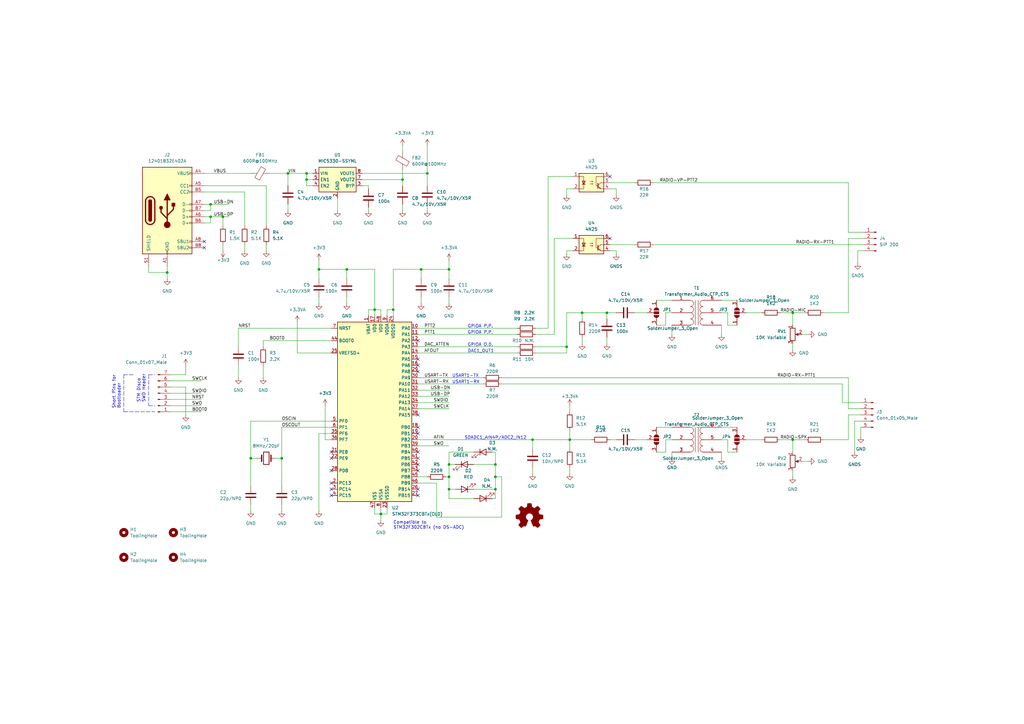
<source format=kicad_sch>
(kicad_sch (version 20211123) (generator eeschema)
  (paper "A3")
  (junction (at 86.36 83.82))
  (junction (at 184.15 190.5))
  (junction (at 68.58 111.76))
  (junction (at 91.44 88.9))
  (junction (at 203.2 200.66))
  (junction (at 125.73 71.12))
  (junction (at 325.12 128.27))
  (junction (at 172.72 110.49))
  (junction (at 118.11 71.12))
  (junction (at 233.68 180.34))
  (junction (at 184.15 200.66))
  (junction (at 203.2 190.5))
  (junction (at 203.2 195.58))
  (junction (at 161.29 127))
  (junction (at 153.67 127))
  (junction (at 165.1 73.66))
  (junction (at 184.15 110.49))
  (junction (at 238.76 128.27))
  (junction (at 248.92 128.27))
  (junction (at 130.81 110.49))
  (junction (at 325.12 180.34))
  (junction (at 142.24 110.49))
  (junction (at 86.36 88.9))
  (junction (at 102.87 187.96))
  (junction (at 156.21 210.82))
  (junction (at 184.15 195.58))
  (junction (at 218.44 180.34))
  (junction (at 115.57 187.96))
  (junction (at 232.41 142.24))
  (junction (at 175.26 71.12))
  (junction (at 125.73 73.66))
  (no_connect (at 135.89 200.66))
  (no_connect (at 135.89 193.04))
  (no_connect (at 135.89 198.12))
  (no_connect (at 135.89 203.2))
  (no_connect (at 135.89 185.42))
  (no_connect (at 135.89 187.96))
  (no_connect (at 171.45 147.32))
  (no_connect (at 171.45 149.86))
  (no_connect (at 171.45 152.4))
  (no_connect (at 171.45 139.7))
  (no_connect (at 171.45 170.18))
  (no_connect (at 171.45 175.26))
  (no_connect (at 171.45 187.96))
  (no_connect (at 171.45 190.5))
  (no_connect (at 171.45 177.8))
  (no_connect (at 171.45 185.42))
  (no_connect (at 171.45 200.66))
  (no_connect (at 171.45 203.2))
  (no_connect (at 171.45 193.04))
  (no_connect (at 250.19 72.39))
  (no_connect (at 250.19 97.79))
  (no_connect (at 83.82 101.6))
  (no_connect (at 83.82 99.06))
  (wire (pts (xy 295.91 123.19) (xy 302.26 123.19)))
  (wire (pts (xy 175.26 59.69) (xy 175.26 71.12)))
  (wire (pts (xy 218.44 191.77) (xy 218.44 194.31)))
  (wire (pts (xy 232.41 144.78) (xy 232.41 142.24)))
  (wire (pts (xy 153.67 110.49) (xy 142.24 110.49)))
  (wire (pts (xy 156.21 210.82) (xy 156.21 213.36)))
  (wire (pts (xy 269.24 123.19) (xy 275.59 123.19)))
  (wire (pts (xy 153.67 129.54) (xy 153.67 127)))
  (wire (pts (xy 347.98 170.18) (xy 353.06 170.18)))
  (wire (pts (xy 156.21 127) (xy 156.21 129.54)))
  (wire (pts (xy 171.45 167.64) (xy 184.15 167.64)))
  (wire (pts (xy 227.33 97.79) (xy 227.33 137.16)))
  (wire (pts (xy 115.57 175.26) (xy 115.57 187.96)))
  (wire (pts (xy 203.2 185.42) (xy 201.93 185.42)))
  (wire (pts (xy 97.79 134.62) (xy 97.79 142.24)))
  (wire (pts (xy 118.11 71.12) (xy 125.73 71.12)))
  (wire (pts (xy 83.82 76.2) (xy 109.22 76.2)))
  (wire (pts (xy 130.81 106.68) (xy 130.81 110.49)))
  (wire (pts (xy 275.59 180.34) (xy 273.05 180.34)))
  (wire (pts (xy 172.72 110.49) (xy 172.72 114.3)))
  (wire (pts (xy 179.07 212.09) (xy 179.07 198.12)))
  (polyline (pts (xy 54.61 153.67) (xy 50.8 153.67)))
  (wire (pts (xy 320.04 128.27) (xy 325.12 128.27)))
  (wire (pts (xy 109.22 100.33) (xy 109.22 102.87)))
  (wire (pts (xy 201.93 204.47) (xy 203.2 204.47)))
  (wire (pts (xy 165.1 73.66) (xy 165.1 76.2)))
  (wire (pts (xy 194.31 204.47) (xy 184.15 204.47)))
  (wire (pts (xy 158.75 127) (xy 158.75 129.54)))
  (wire (pts (xy 260.35 128.27) (xy 265.43 128.27)))
  (wire (pts (xy 128.27 73.66) (xy 125.73 73.66)))
  (wire (pts (xy 275.59 133.35) (xy 275.59 137.16)))
  (wire (pts (xy 295.91 185.42) (xy 295.91 187.96)))
  (wire (pts (xy 97.79 149.86) (xy 97.79 154.94)))
  (wire (pts (xy 347.98 170.18) (xy 347.98 180.34)))
  (wire (pts (xy 298.45 133.35) (xy 302.26 133.35)))
  (wire (pts (xy 184.15 110.49) (xy 184.15 114.3)))
  (wire (pts (xy 194.31 185.42) (xy 184.15 185.42)))
  (wire (pts (xy 250.19 77.47) (xy 252.73 77.47)))
  (wire (pts (xy 135.89 134.62) (xy 97.79 134.62)))
  (wire (pts (xy 325.12 180.34) (xy 330.2 180.34)))
  (wire (pts (xy 233.68 184.15) (xy 233.68 180.34)))
  (polyline (pts (xy 60.96 153.67) (xy 60.96 166.37)))
  (wire (pts (xy 219.71 144.78) (xy 232.41 144.78)))
  (wire (pts (xy 203.2 190.5) (xy 203.2 195.58)))
  (wire (pts (xy 69.85 153.67) (xy 76.2 153.67)))
  (wire (pts (xy 125.73 71.12) (xy 128.27 71.12)))
  (polyline (pts (xy 50.8 168.91) (xy 63.5 168.91)))
  (wire (pts (xy 252.73 77.47) (xy 252.73 80.01)))
  (wire (pts (xy 275.59 185.42) (xy 275.59 187.96)))
  (wire (pts (xy 184.15 200.66) (xy 186.69 200.66)))
  (wire (pts (xy 125.73 76.2) (xy 125.73 73.66)))
  (wire (pts (xy 76.2 153.67) (xy 76.2 149.86)))
  (wire (pts (xy 69.85 166.37) (xy 82.55 166.37)))
  (wire (pts (xy 353.06 175.26) (xy 353.06 179.07)))
  (wire (pts (xy 184.15 121.92) (xy 184.15 124.46)))
  (wire (pts (xy 102.87 187.96) (xy 105.41 187.96)))
  (wire (pts (xy 153.67 208.28) (xy 153.67 210.82)))
  (wire (pts (xy 130.81 177.8) (xy 130.81 209.55)))
  (wire (pts (xy 248.92 138.43) (xy 248.92 140.97)))
  (wire (pts (xy 250.19 100.33) (xy 260.35 100.33)))
  (wire (pts (xy 161.29 110.49) (xy 161.29 127)))
  (wire (pts (xy 60.96 109.22) (xy 60.96 111.76)))
  (wire (pts (xy 102.87 187.96) (xy 102.87 199.39)))
  (wire (pts (xy 151.13 76.2) (xy 151.13 77.47)))
  (wire (pts (xy 109.22 76.2) (xy 109.22 92.71)))
  (wire (pts (xy 148.59 76.2) (xy 151.13 76.2)))
  (wire (pts (xy 285.75 175.26) (xy 292.1 175.26)))
  (wire (pts (xy 118.11 71.12) (xy 118.11 76.2)))
  (wire (pts (xy 250.19 74.93) (xy 260.35 74.93)))
  (wire (pts (xy 182.88 195.58) (xy 184.15 195.58)))
  (wire (pts (xy 86.36 83.82) (xy 93.98 83.82)))
  (wire (pts (xy 142.24 110.49) (xy 142.24 114.3)))
  (wire (pts (xy 165.1 83.82) (xy 165.1 86.36)))
  (wire (pts (xy 184.15 195.58) (xy 184.15 200.66)))
  (wire (pts (xy 171.45 165.1) (xy 184.15 165.1)))
  (wire (pts (xy 102.87 172.72) (xy 102.87 187.96)))
  (wire (pts (xy 248.92 128.27) (xy 252.73 128.27)))
  (wire (pts (xy 203.2 204.47) (xy 203.2 200.66)))
  (wire (pts (xy 153.67 127) (xy 156.21 127)))
  (wire (pts (xy 224.79 72.39) (xy 224.79 134.62)))
  (wire (pts (xy 91.44 88.9) (xy 91.44 92.71)))
  (wire (pts (xy 107.95 149.86) (xy 107.95 154.94)))
  (wire (pts (xy 203.2 195.58) (xy 203.2 200.66)))
  (wire (pts (xy 68.58 111.76) (xy 68.58 114.3)))
  (wire (pts (xy 115.57 207.01) (xy 115.57 209.55)))
  (wire (pts (xy 320.04 180.34) (xy 325.12 180.34)))
  (wire (pts (xy 76.2 158.75) (xy 76.2 170.18)))
  (wire (pts (xy 171.45 182.88) (xy 184.15 182.88)))
  (wire (pts (xy 328.93 189.23) (xy 331.47 189.23)))
  (wire (pts (xy 350.52 172.72) (xy 353.06 172.72)))
  (wire (pts (xy 130.81 121.92) (xy 130.81 124.46)))
  (wire (pts (xy 151.13 127) (xy 153.67 127)))
  (wire (pts (xy 325.12 193.04) (xy 325.12 195.58)))
  (wire (pts (xy 347.98 74.93) (xy 347.98 95.25)))
  (polyline (pts (xy 60.96 166.37) (xy 63.5 166.37)))
  (wire (pts (xy 69.85 163.83) (xy 82.55 163.83)))
  (wire (pts (xy 267.97 100.33) (xy 354.33 100.33)))
  (wire (pts (xy 184.15 204.47) (xy 184.15 200.66)))
  (wire (pts (xy 205.74 195.58) (xy 205.74 212.09)))
  (wire (pts (xy 151.13 129.54) (xy 151.13 127)))
  (wire (pts (xy 83.82 88.9) (xy 86.36 88.9)))
  (wire (pts (xy 227.33 97.79) (xy 234.95 97.79)))
  (wire (pts (xy 205.74 212.09) (xy 179.07 212.09)))
  (wire (pts (xy 107.95 139.7) (xy 107.95 142.24)))
  (wire (pts (xy 238.76 130.81) (xy 238.76 128.27)))
  (wire (pts (xy 69.85 156.21) (xy 82.55 156.21)))
  (wire (pts (xy 171.45 154.94) (xy 198.12 154.94)))
  (wire (pts (xy 347.98 167.64) (xy 353.06 167.64)))
  (wire (pts (xy 175.26 83.82) (xy 175.26 86.36)))
  (wire (pts (xy 156.21 208.28) (xy 156.21 210.82)))
  (wire (pts (xy 171.45 137.16) (xy 212.09 137.16)))
  (wire (pts (xy 83.82 86.36) (xy 86.36 86.36)))
  (wire (pts (xy 175.26 71.12) (xy 175.26 76.2)))
  (wire (pts (xy 83.82 91.44) (xy 86.36 91.44)))
  (wire (pts (xy 100.33 78.74) (xy 100.33 92.71)))
  (wire (pts (xy 232.41 77.47) (xy 232.41 80.01)))
  (wire (pts (xy 135.89 177.8) (xy 130.81 177.8)))
  (wire (pts (xy 269.24 133.35) (xy 273.05 133.35)))
  (wire (pts (xy 248.92 128.27) (xy 248.92 130.81)))
  (wire (pts (xy 113.03 187.96) (xy 115.57 187.96)))
  (wire (pts (xy 148.59 71.12) (xy 175.26 71.12)))
  (wire (pts (xy 354.33 102.87) (xy 351.79 102.87)))
  (wire (pts (xy 203.2 190.5) (xy 203.2 185.42)))
  (wire (pts (xy 165.1 59.69) (xy 165.1 62.23)))
  (wire (pts (xy 232.41 128.27) (xy 238.76 128.27)))
  (wire (pts (xy 218.44 184.15) (xy 218.44 180.34)))
  (wire (pts (xy 238.76 138.43) (xy 238.76 140.97)))
  (wire (pts (xy 158.75 208.28) (xy 158.75 210.82)))
  (wire (pts (xy 60.96 111.76) (xy 68.58 111.76)))
  (wire (pts (xy 234.95 77.47) (xy 232.41 77.47)))
  (wire (pts (xy 151.13 85.09) (xy 151.13 86.36)))
  (wire (pts (xy 194.31 190.5) (xy 203.2 190.5)))
  (wire (pts (xy 133.35 166.37) (xy 133.35 180.34)))
  (wire (pts (xy 135.89 139.7) (xy 107.95 139.7)))
  (wire (pts (xy 233.68 166.37) (xy 233.68 168.91)))
  (wire (pts (xy 267.97 74.93) (xy 347.98 74.93)))
  (wire (pts (xy 142.24 121.92) (xy 142.24 124.46)))
  (wire (pts (xy 83.82 71.12) (xy 102.87 71.12)))
  (wire (pts (xy 161.29 110.49) (xy 172.72 110.49)))
  (wire (pts (xy 233.68 180.34) (xy 242.57 180.34)))
  (wire (pts (xy 219.71 142.24) (xy 232.41 142.24)))
  (wire (pts (xy 232.41 142.24) (xy 232.41 128.27)))
  (wire (pts (xy 115.57 175.26) (xy 135.89 175.26)))
  (wire (pts (xy 233.68 176.53) (xy 233.68 180.34)))
  (wire (pts (xy 347.98 154.94) (xy 347.98 167.64)))
  (wire (pts (xy 298.45 180.34) (xy 298.45 185.42)))
  (wire (pts (xy 171.45 134.62) (xy 212.09 134.62)))
  (wire (pts (xy 250.19 180.34) (xy 252.73 180.34)))
  (wire (pts (xy 115.57 187.96) (xy 115.57 199.39)))
  (wire (pts (xy 260.35 180.34) (xy 265.43 180.34)))
  (wire (pts (xy 148.59 73.66) (xy 165.1 73.66)))
  (wire (pts (xy 203.2 195.58) (xy 205.74 195.58)))
  (wire (pts (xy 184.15 190.5) (xy 184.15 195.58)))
  (wire (pts (xy 233.68 191.77) (xy 233.68 194.31)))
  (wire (pts (xy 76.2 158.75) (xy 69.85 158.75)))
  (wire (pts (xy 275.59 128.27) (xy 273.05 128.27)))
  (wire (pts (xy 347.98 97.79) (xy 354.33 97.79)))
  (wire (pts (xy 135.89 180.34) (xy 133.35 180.34)))
  (wire (pts (xy 102.87 207.01) (xy 102.87 209.55)))
  (wire (pts (xy 138.43 81.28) (xy 138.43 86.36)))
  (wire (pts (xy 83.82 83.82) (xy 86.36 83.82)))
  (wire (pts (xy 224.79 72.39) (xy 234.95 72.39)))
  (wire (pts (xy 298.45 128.27) (xy 298.45 133.35)))
  (wire (pts (xy 100.33 100.33) (xy 100.33 102.87)))
  (wire (pts (xy 121.92 144.78) (xy 135.89 144.78)))
  (wire (pts (xy 161.29 127) (xy 158.75 127)))
  (polyline (pts (xy 50.8 153.67) (xy 50.8 168.91)))
  (wire (pts (xy 158.75 210.82) (xy 156.21 210.82)))
  (wire (pts (xy 128.27 76.2) (xy 125.73 76.2)))
  (polyline (pts (xy 60.96 153.67) (xy 63.5 153.67)))
  (wire (pts (xy 186.69 190.5) (xy 184.15 190.5)))
  (wire (pts (xy 153.67 110.49) (xy 153.67 127)))
  (wire (pts (xy 171.45 142.24) (xy 212.09 142.24)))
  (wire (pts (xy 86.36 88.9) (xy 86.36 91.44)))
  (wire (pts (xy 171.45 157.48) (xy 198.12 157.48)))
  (wire (pts (xy 171.45 160.02) (xy 184.15 160.02)))
  (wire (pts (xy 91.44 88.9) (xy 93.98 88.9)))
  (wire (pts (xy 295.91 175.26) (xy 302.26 175.26)))
  (wire (pts (xy 83.82 78.74) (xy 100.33 78.74)))
  (wire (pts (xy 171.45 195.58) (xy 175.26 195.58)))
  (wire (pts (xy 172.72 121.92) (xy 172.72 124.46)))
  (wire (pts (xy 86.36 83.82) (xy 86.36 86.36)))
  (wire (pts (xy 295.91 133.35) (xy 295.91 137.16)))
  (wire (pts (xy 295.91 128.27) (xy 298.45 128.27)))
  (wire (pts (xy 325.12 128.27) (xy 330.2 128.27)))
  (wire (pts (xy 347.98 180.34) (xy 337.82 180.34)))
  (wire (pts (xy 306.07 180.34) (xy 312.42 180.34)))
  (wire (pts (xy 194.31 200.66) (xy 203.2 200.66)))
  (wire (pts (xy 337.82 128.27) (xy 347.98 128.27)))
  (wire (pts (xy 325.12 140.97) (xy 325.12 143.51)))
  (wire (pts (xy 179.07 198.12) (xy 171.45 198.12)))
  (wire (pts (xy 171.45 144.78) (xy 212.09 144.78)))
  (wire (pts (xy 161.29 129.54) (xy 161.29 127)))
  (wire (pts (xy 234.95 102.87) (xy 232.41 102.87)))
  (wire (pts (xy 156.21 210.82) (xy 153.67 210.82)))
  (wire (pts (xy 118.11 83.82) (xy 118.11 86.36)))
  (wire (pts (xy 172.72 110.49) (xy 184.15 110.49)))
  (wire (pts (xy 130.81 110.49) (xy 130.81 114.3)))
  (wire (pts (xy 86.36 88.9) (xy 91.44 88.9)))
  (wire (pts (xy 91.44 100.33) (xy 91.44 102.87)))
  (wire (pts (xy 351.79 102.87) (xy 351.79 107.95)))
  (wire (pts (xy 252.73 102.87) (xy 252.73 104.14)))
  (wire (pts (xy 345.44 157.48) (xy 205.74 157.48)))
  (wire (pts (xy 142.24 110.49) (xy 130.81 110.49)))
  (wire (pts (xy 325.12 128.27) (xy 325.12 133.35)))
  (wire (pts (xy 68.58 109.22) (xy 68.58 111.76)))
  (wire (pts (xy 298.45 185.42) (xy 302.26 185.42)))
  (wire (pts (xy 306.07 128.27) (xy 312.42 128.27)))
  (wire (pts (xy 102.87 172.72) (xy 135.89 172.72)))
  (wire (pts (xy 350.52 172.72) (xy 350.52 185.42)))
  (wire (pts (xy 218.44 180.34) (xy 233.68 180.34)))
  (wire (pts (xy 328.93 137.16) (xy 331.47 137.16)))
  (wire (pts (xy 232.41 102.87) (xy 232.41 104.14)))
  (wire (pts (xy 295.91 180.34) (xy 298.45 180.34)))
  (wire (pts (xy 171.45 180.34) (xy 218.44 180.34)))
  (wire (pts (xy 69.85 168.91) (xy 82.55 168.91)))
  (wire (pts (xy 273.05 180.34) (xy 273.05 185.42)))
  (wire (pts (xy 184.15 185.42) (xy 184.15 190.5)))
  (wire (pts (xy 347.98 95.25) (xy 354.33 95.25)))
  (wire (pts (xy 165.1 69.85) (xy 165.1 73.66)))
  (wire (pts (xy 269.24 175.26) (xy 275.59 175.26)))
  (wire (pts (xy 171.45 162.56) (xy 184.15 162.56)))
  (wire (pts (xy 345.44 165.1) (xy 345.44 157.48)))
  (wire (pts (xy 250.19 102.87) (xy 252.73 102.87)))
  (wire (pts (xy 273.05 128.27) (xy 273.05 133.35)))
  (wire (pts (xy 325.12 180.34) (xy 325.12 185.42)))
  (wire (pts (xy 238.76 128.27) (xy 248.92 128.27)))
  (wire (pts (xy 125.73 71.12) (xy 125.73 73.66)))
  (wire (pts (xy 205.74 154.94) (xy 347.98 154.94)))
  (wire (pts (xy 219.71 134.62) (xy 224.79 134.62)))
  (wire (pts (xy 110.49 71.12) (xy 118.11 71.12)))
  (wire (pts (xy 219.71 137.16) (xy 227.33 137.16)))
  (wire (pts (xy 347.98 128.27) (xy 347.98 97.79)))
  (wire (pts (xy 184.15 106.68) (xy 184.15 110.49)))
  (wire (pts (xy 353.06 165.1) (xy 345.44 165.1)))
  (wire (pts (xy 69.85 161.29) (xy 82.55 161.29)))
  (wire (pts (xy 269.24 185.42) (xy 273.05 185.42)))
  (wire (pts (xy 121.92 132.08) (xy 121.92 144.78)))
  (text "STM Disco\nSWD Header" (at 59.69 165.1 90) (effects (font (size 1.27 1.27)) (justify left bottom)))
  (text "Short Pins for\nBootloader" (at 49.53 167.64 90) (effects (font (size 1.27 1.27)) (justify left bottom)))
  (text "SDADC1_AIN4P/ADC2_IN12" (at 190.5 180.34 0) (effects (font (size 1.27 1.27)) (justify left bottom)))
  (text "USART1-TX" (at 185.42 154.94 0) (effects (font (size 1.27 1.27)) (justify left bottom)))
  (text "GPIOA P.P." (at 191.77 137.16 0) (effects (font (size 1.27 1.27)) (justify left bottom)))
  (text "DAC1_OUT1" (at 191.77 144.78 0) (effects (font (size 1.27 1.27)) (justify left bottom)))
  (text "GPIOA O.D." (at 191.77 142.24 0) (effects (font (size 1.27 1.27)) (justify left bottom)))
  (text "Compatible to \nSTM32F302CBTx (no DS-ADC)" (at 161.29 217.17 0) (effects (font (size 1.27 1.27)) (justify left bottom)))
  (text "USART1-RX" (at 185.42 157.48 0) (effects (font (size 1.27 1.27)) (justify left bottom)))
  (text "GPIOA P.P." (at 191.77 134.62 0) (effects (font (size 1.27 1.27)) (justify left bottom)))
  (label "OSCIN" (at 115.57 172.72 0))
  (label "RADIO-VP-PTT2" (at 270.51 74.93 0))
  (label "AFIN" (at 177.8 180.34 0))
  (label "VBUS" (at 87.63 71.12 0))
  (label "NRST" (at 97.79 134.62 0))
  (label "PTT2" (at 173.99 134.62 0))
  (label "SWO" (at 78.74 166.37 0))
  (label "SWO" (at 177.8 182.88 0))
  (label "SWDIO" (at 177.8 165.1 0))
  (label "USB-DN" (at 87.63 83.82 0))
  (label "OSCOUT" (at 115.57 175.26 0))
  (label "USB-DP" (at 87.63 88.9 0))
  (label "BOOT0" (at 110.49 139.7 0))
  (label "USART-RX" (at 173.99 157.48 0))
  (label "SWDIO" (at 78.74 161.29 0))
  (label "USB-DP" (at 176.53 162.56 0))
  (label "VIN" (at 118.11 71.12 0))
  (label "PTT1" (at 173.99 137.16 0))
  (label "AFOUT" (at 173.99 144.78 0))
  (label "SWCLK" (at 78.74 156.21 0))
  (label "RADIO-RX-PTT1" (at 318.77 154.94 0))
  (label "RADIO-MIC" (at 320.04 128.27 0))
  (label "RADIO-RX-PTT1" (at 326.39 100.33 0))
  (label "USART-TX" (at 173.99 154.94 0))
  (label "SWCLK" (at 177.8 167.64 0))
  (label "BOOT0" (at 78.74 168.91 0))
  (label "NRST" (at 78.74 163.83 0))
  (label "RADIO-SPK" (at 320.04 180.34 0))
  (label "DAC_ATTEN" (at 173.99 142.24 0))
  (label "USB-DN" (at 176.53 160.02 0))
  (symbol (lib_id "Device:R") (at 201.93 154.94 270) (unit 1)
    (property "Reference" "R6" (at 201.93 149.86 90))
    (property "Value" "220R" (at 201.93 152.4 90))
    (property "Footprint" "Resistor_SMD:R_0805_2012Metric_Pad1.20x1.40mm_HandSolder" (effects hide))
    (property "LCSC" "C22962" (effects hide))
  )
  (symbol (lib_id "power:+3V3") (at 91.44 102.87 180) (unit 1)
    (property "Reference" "#PWR04" (effects hide))
    (property "Value" "+3V3" (at 88.9 106.68 0) (effects (justify right)))
  )
  (symbol (lib_id "Mechanical:MountingHole") (at 50.8 228.6 0) (unit 1) (in_bom no)
    (property "Reference" "H2" (at 53.34 227.3299 0) (effects (justify left)))
    (property "Value" "ToolingHole" (at 53.34 229.8699 0) (effects (justify left)))
    (property "Footprint" "AIOC:TOOLING-HOLE" (effects hide))
  )
  (symbol (lib_id "power:GND") (at 130.81 124.46 0) (mirror y) (unit 1)
    (property "Reference" "#PWR014" (effects hide))
    (property "Value" "GND" (at 130.81 129.54 0))
  )
  (symbol (lib_id "power:+3.3VA") (at 165.1 59.69 0) (unit 1)
    (property "Reference" "#PWR021" (effects hide))
    (property "Value" "+3.3VA" (at 165.1 54.61 0))
  )
  (symbol (lib_id "power:GNDS") (at 295.91 187.96 0) (unit 1)
    (property "Reference" "#PWR040" (effects hide))
    (property "Value" "GNDS" (at 295.91 191.77 0))
  )
  (symbol (lib_id "Device:R") (at 246.38 180.34 90) (unit 1)
    (property "Reference" "R15" (at 246.38 175.26 90))
    (property "Value" "2.2K" (at 246.38 176.53 90))
    (property "Footprint" "Resistor_SMD:R_0805_2012Metric_Pad1.20x1.40mm_HandSolder" (effects hide))
    (property "LCSC" "C4190" (effects hide))
  )
  (symbol (lib_id "Graphic:Logo_Open_Hardware_Small") (at 217.17 212.09 0) (unit 1)
    (property "Reference" "#LOGO1" (effects hide))
    (property "Value" "Logo_Open_Hardware_Small" (effects hide))
  )
  (symbol (lib_id "Device:R") (at 334.01 128.27 90) (unit 1)
    (property "Reference" "R20" (at 334.01 121.92 90))
    (property "Value" "1K2" (at 334.01 124.46 90))
    (property "Footprint" "Resistor_SMD:R_0805_2012Metric_Pad1.20x1.40mm_HandSolder" (effects hide))
  )
  (symbol (lib_id "power:+3V3") (at 175.26 59.69 0) (unit 1)
    (property "Reference" "#PWR024" (effects hide))
    (property "Value" "+3V3" (at 175.26 54.61 0))
  )
  (symbol (lib_id "Device:R") (at 316.23 128.27 90) (unit 1)
    (property "Reference" "R18" (at 316.23 121.92 90))
    (property "Value" "1K2" (at 316.23 124.46 90))
    (property "Footprint" "Resistor_SMD:R_0805_2012Metric_Pad1.20x1.40mm_HandSolder" (effects hide))
  )
  (symbol (lib_id "Device:R") (at 215.9 142.24 270) (unit 1)
    (property "Reference" "R10" (at 212.09 139.7 90))
    (property "Value" "N.M." (at 217.17 139.7 90))
    (property "Footprint" "Resistor_SMD:R_0805_2012Metric_Pad1.20x1.40mm_HandSolder" (effects hide))
  )
  (symbol (lib_id "Device:R") (at 179.07 195.58 270) (unit 1)
    (property "Reference" "R5" (at 179.07 190.5 90))
    (property "Value" "220R" (at 179.07 193.04 90))
    (property "Footprint" "Resistor_SMD:R_0805_2012Metric_Pad1.20x1.40mm_HandSolder" (effects hide))
    (property "LCSC" "C22962" (effects hide))
  )
  (symbol (lib_id "power:GND") (at 68.58 114.3 0) (unit 1)
    (property "Reference" "#PWR01" (effects hide))
    (property "Value" "GND" (at 68.58 119.38 0))
  )
  (symbol (lib_id "power:GNDS") (at 350.52 185.42 0) (unit 1)
    (property "Reference" "#PWR045" (effects hide))
    (property "Value" "GNDS" (at 350.52 190.5 0))
  )
  (symbol (lib_id "power:GND") (at 97.79 154.94 0) (mirror y) (unit 1)
    (property "Reference" "#PWR05" (effects hide))
    (property "Value" "GND" (at 97.79 160.02 0))
  )
  (symbol (lib_id "Device:LED") (at 198.12 185.42 0) (unit 1)
    (property "Reference" "D3" (at 201.93 181.61 0))
    (property "Value" "N.M." (at 201.93 184.15 0))
    (property "Footprint" "LED_SMD:LED_0805_2012Metric_Pad1.15x1.40mm_HandSolder" (effects hide))
  )
  (symbol (lib_id "Isolator:4N25") (at 242.57 100.33 0) (unit 1)
    (property "Reference" "U4" (at 242.57 91.44 0))
    (property "Value" "4N25" (at 242.57 93.98 0))
    (property "Footprint" "Package_DIP:DIP-6_W7.62mm" (effects hide))
    (property "Datasheet" "https://www.vishay.com/docs/83725/4n25.pdf" (effects hide))
  )
  (symbol (lib_id "Device:R") (at 100.33 96.52 180) (unit 1)
    (property "Reference" "R2" (at 102.87 95.2499 0) (effects (justify right)))
    (property "Value" "5.1K" (at 102.87 97.7899 0) (effects (justify right)))
    (property "Footprint" "Resistor_SMD:R_0805_2012Metric_Pad1.20x1.40mm_HandSolder" (effects hide))
    (property "LCSC" "C23186" (effects hide))
  )
  (symbol (lib_id "MCU_ST_STM32F3:STM32F373CBTx") (at 153.67 167.64 0) (unit 1)
    (property "Reference" "U2" (at 160.7694 208.28 0) (effects (justify left)))
    (property "Value" "STM32F373CBTx(OLD)" (at 160.7694 210.82 0) (effects (justify left)))
    (property "Footprint" "Package_QFP:LQFP-48_7x7mm_P0.5mm" (effects hide))
    (property "Datasheet" "http://www.st.com/st-web-ui/static/active/en/resource/technical/document/datasheet/DM00046749.pdf" (effects hide))
    (property "LCSC" "C94046" (effects hide))
  )
  (symbol (lib_id "Device:C") (at 248.92 134.62 0) (unit 1)
    (property "Reference" "C13" (at 252.73 133.3499 0) (effects (justify left)))
    (property "Value" "100n" (at 252.73 135.8899 0) (effects (justify left)))
    (property "Footprint" "Capacitor_SMD:C_0805_2012Metric_Pad1.18x1.45mm_HandSolder" (effects hide))
    (property "LCSC" "C14663" (effects hide))
  )
  (symbol (lib_id "Connector:Conn_01x05_Male") (at 358.14 170.18 0) (mirror y) (unit 1)
    (property "Reference" "J3" (at 359.41 168.9099 0) (effects (justify right)))
    (property "Value" "Conn_01x05_Male" (at 359.41 171.4499 0) (effects (justify right)))
    (property "Footprint" "TerminalBlock:TerminalBlock_bornier-5_P5.08mm" (effects hide))
  )
  (symbol (lib_id "power:GNDS") (at 252.73 80.01 0) (unit 1)
    (property "Reference" "#PWR035" (effects hide))
    (property "Value" "GNDS" (at 252.73 85.09 0))
  )
  (symbol (lib_id "Device:FerriteBead") (at 165.1 66.04 0) (unit 1)
    (property "Reference" "FB2" (at 168.91 64.7191 0) (effects (justify left)))
    (property "Value" "600R@100MHz" (at 168.91 67.2591 0) (effects (justify left)))
    (property "Footprint" "Inductor_SMD:L_0805_2012Metric_Pad1.15x1.40mm_HandSolder" (effects hide))
    (property "LCSC" "C1002" (effects hide))
  )
  (symbol (lib_id "Device:LED") (at 190.5 190.5 0) (unit 1)
    (property "Reference" "D1" (at 188.9125 184.15 0))
    (property "Value" "GREEN" (at 188.9125 186.69 0))
    (property "Footprint" "LED_SMD:LED_0805_2012Metric_Pad1.15x1.40mm_HandSolder" (effects hide))
    (property "LCSC" "C72043" (effects hide))
  )
  (symbol (lib_id "power:+3V3") (at 130.81 106.68 0) (unit 1)
    (property "Reference" "#PWR013" (effects hide))
    (property "Value" "+3V3" (at 130.81 101.6 0))
  )
  (symbol (lib_id "power:+3.3VA") (at 184.15 106.68 0) (unit 1)
    (property "Reference" "#PWR026" (effects hide))
    (property "Value" "+3.3VA" (at 184.15 101.6 0))
  )
  (symbol (lib_id "power:GNDS") (at 351.79 107.95 0) (unit 1)
    (property "Reference" "#PWR046" (effects hide))
    (property "Value" "GNDS" (at 351.79 113.03 0))
  )
  (symbol (lib_id "power:GND") (at 353.06 179.07 0) (unit 1)
    (property "Reference" "#PWR047" (effects hide))
    (property "Value" "GND" (at 353.06 184.15 0))
  )
  (symbol (lib_id "Connector:Conn_01x04_Male") (at 359.41 97.79 0) (mirror y) (unit 1)
    (property "Reference" "J4" (at 360.68 97.7899 0) (effects (justify right)))
    (property "Value" "SIP 200" (at 360.68 100.3299 0) (effects (justify right)))
    (property "Footprint" "TerminalBlock:TerminalBlock_bornier-4_P5.08mm" (effects hide))
  )
  (symbol (lib_id "Device:C") (at 102.87 203.2 0) (unit 1)
    (property "Reference" "C2" (at 90.17 201.93 0) (effects (justify left)))
    (property "Value" "22p/NP0" (at 90.17 204.47 0) (effects (justify left)))
    (property "Footprint" "Capacitor_SMD:C_0805_2012Metric_Pad1.18x1.45mm_HandSolder" (effects hide))
    (property "LCSC" "C1653" (effects hide))
  )
  (symbol (lib_id "Device:C") (at 256.54 128.27 90) (unit 1)
    (property "Reference" "C14" (at 256.54 120.65 90))
    (property "Value" "4.7u/10V/X5R" (at 256.54 123.19 90))
    (property "Footprint" "Capacitor_SMD:C_0805_2012Metric_Pad1.18x1.45mm_HandSolder" (effects hide))
    (property "LCSC" "C19666" (effects hide))
  )
  (symbol (lib_id "Device:FerriteBead") (at 106.68 71.12 270) (unit 1)
    (property "Reference" "FB1" (at 106.7308 63.5 90))
    (property "Value" "600R@100MHz" (at 106.7308 66.04 90))
    (property "Footprint" "Inductor_SMD:L_0805_2012Metric_Pad1.15x1.40mm_HandSolder" (effects hide))
    (property "LCSC" "C1002" (effects hide))
  )
  (symbol (lib_id "Device:R_Potentiometer") (at 325.12 137.16 0) (unit 1)
    (property "Reference" "RV1" (at 322.58 135.8899 0) (effects (justify right)))
    (property "Value" "10K Variable" (at 322.58 138.4299 0) (effects (justify right)))
    (property "Footprint" "Potentiometer_SMD:Potentiometer_Bourns_3314G_Vertical" (effects hide))
  )
  (symbol (lib_id "power:GND") (at 109.22 102.87 0) (unit 1)
    (property "Reference" "#PWR09" (effects hide))
    (property "Value" "GND" (at 109.22 107.95 0))
  )
  (symbol (lib_id "power:GND") (at 325.12 195.58 0) (unit 1)
    (property "Reference" "#PWR042" (effects hide))
    (property "Value" "GND" (at 325.12 200.66 0))
  )
  (symbol (lib_id "Device:R") (at 264.16 74.93 270) (unit 1)
    (property "Reference" "R16" (at 264.16 77.47 90))
    (property "Value" "22R" (at 264.16 80.01 90))
    (property "Footprint" "Resistor_SMD:R_0805_2012Metric_Pad1.20x1.40mm_HandSolder" (effects hide))
    (property "LCSC" "C23345" (effects hide))
  )
  (symbol (lib_id "power:+3.3VA") (at 233.68 166.37 0) (unit 1)
    (property "Reference" "#PWR031" (effects hide))
    (property "Value" "+3.3VA" (at 233.68 162.56 0))
  )
  (symbol (lib_id "power:GND") (at 156.21 213.36 0) (unit 1)
    (property "Reference" "#PWR020" (effects hide))
    (property "Value" "GND" (at 156.21 218.44 0))
  )
  (symbol (lib_id "Device:R_Potentiometer") (at 325.12 189.23 0) (unit 1)
    (property "Reference" "RV2" (at 322.58 187.9599 0) (effects (justify right)))
    (property "Value" "10K Variable" (at 322.58 190.4999 0) (effects (justify right)))
    (property "Footprint" "Potentiometer_SMD:Potentiometer_Bourns_3314G_Vertical" (effects hide))
  )
  (symbol (lib_id "power:GND") (at 331.47 137.16 90) (unit 1)
    (property "Reference" "#PWR043" (effects hide))
    (property "Value" "GND" (at 335.28 137.1599 90) (effects (justify right)))
  )
  (symbol (lib_id "aioc:MIC5330-SSYML") (at 138.43 73.66 0) (unit 1)
    (property "Reference" "U1" (at 138.43 63.5 0))
    (property "Value" "MIC5330-SSYML" (at 138.43 66.04 0))
    (property "Footprint" "AIOC:Micrel_MLF-8-1EP_2x2mm_P0.5mm_EP0.6x1.2mm" (effects hide))
    (property "Datasheet" "http://ww1.microchip.com/downloads/en/DeviceDoc/mic5330.pdf" (effects hide))
    (property "LCSC" "C144168" (effects hide))
  )
  (symbol (lib_id "power:GND") (at 76.2 170.18 0) (mirror y) (unit 1)
    (property "Reference" "#PWR03" (effects hide))
    (property "Value" "GND" (at 76.2 175.26 0))
  )
  (symbol (lib_id "power:+3V3") (at 133.35 166.37 0) (unit 1)
    (property "Reference" "#PWR016" (effects hide))
    (property "Value" "+3V3" (at 133.35 161.29 0))
  )
  (symbol (lib_id "Device:Crystal") (at 109.22 187.96 0) (unit 1)
    (property "Reference" "Y1" (at 109.22 180.34 0))
    (property "Value" "8MHz/20pF" (at 109.22 182.88 0))
    (property "Footprint" "AIOC:Crystal_SMD_5032-2Pin_5.0x3.2mm" (effects hide))
    (property "LCSC" "C115962" (effects hide))
  )
  (symbol (lib_id "Device:R") (at 91.44 96.52 180) (unit 1)
    (property "Reference" "R1" (at 93.98 95.2499 0) (effects (justify right)))
    (property "Value" "1.5K" (at 93.98 97.7899 0) (effects (justify right)))
    (property "Footprint" "Resistor_SMD:R_0805_2012Metric_Pad1.20x1.40mm_HandSolder" (effects hide))
    (property "LCSC" "C22843" (effects hide))
  )
  (symbol (lib_id "Device:C") (at 256.54 180.34 90) (unit 1)
    (property "Reference" "C15" (at 256.54 176.53 90))
    (property "Value" "4.7u/10V/X5R" (at 256.54 184.15 90))
    (property "Footprint" "Capacitor_SMD:C_0805_2012Metric_Pad1.18x1.45mm_HandSolder" (effects hide))
    (property "LCSC" "C19666" (effects hide))
  )
  (symbol (lib_id "Device:R") (at 316.23 180.34 90) (unit 1)
    (property "Reference" "R19" (at 316.23 173.99 90))
    (property "Value" "1K2" (at 316.23 176.53 90))
    (property "Footprint" "Resistor_SMD:R_0805_2012Metric_Pad1.20x1.40mm_HandSolder" (effects hide))
  )
  (symbol (lib_id "power:+3.3VA") (at 121.92 132.08 0) (unit 1)
    (property "Reference" "#PWR012" (effects hide))
    (property "Value" "+3.3VA" (at 121.92 127 0))
  )
  (symbol (lib_id "Device:C") (at 184.15 118.11 0) (unit 1)
    (property "Reference" "C11" (at 187.96 116.8399 0) (effects (justify left)))
    (property "Value" "4.7u/10V/X5R" (at 187.96 119.3799 0) (effects (justify left)))
    (property "Footprint" "Capacitor_SMD:C_0805_2012Metric_Pad1.18x1.45mm_HandSolder" (effects hide))
    (property "LCSC" "C19666" (effects hide))
  )
  (symbol (lib_id "power:GND") (at 248.92 140.97 0) (unit 1)
    (property "Reference" "#PWR034" (effects hide))
    (property "Value" "GND" (at 248.92 146.05 0))
  )
  (symbol (lib_id "Jumper:SolderJumper_3_Open") (at 269.24 180.34 270) (unit 1)
    (property "Reference" "JP2" (at 271.78 179.0699 90) (effects (justify left)))
    (property "Value" "SolderJumper_3_Open" (at 271.78 187.96 90) (effects (justify left)))
    (property "Footprint" "Jumper:SolderJumper-3_P1.3mm_Open_RoundedPad1.0x1.5mm" (effects hide))
  )
  (symbol (lib_id "Device:R") (at 201.93 157.48 270) (unit 1)
    (property "Reference" "R7" (at 201.93 160.02 90))
    (property "Value" "220R" (at 201.93 162.56 90))
    (property "Footprint" "Resistor_SMD:R_0805_2012Metric_Pad1.20x1.40mm_HandSolder" (effects hide))
    (property "LCSC" "C22962" (effects hide))
  )
  (symbol (lib_id "Device:C") (at 218.44 187.96 0) (unit 1)
    (property "Reference" "C12" (at 222.25 186.69 0) (effects (justify left)))
    (property "Value" "10n/NP0" (at 222.25 189.2299 0) (effects (justify left)))
    (property "Footprint" "Capacitor_SMD:C_0805_2012Metric_Pad1.18x1.45mm_HandSolder" (effects hide))
    (property "LCSC" "C57112" (effects hide))
  )
  (symbol (lib_id "power:GND") (at 142.24 124.46 0) (mirror y) (unit 1)
    (property "Reference" "#PWR018" (effects hide))
    (property "Value" "GND" (at 142.24 129.54 0))
  )
  (symbol (lib_id "power:GND") (at 165.1 86.36 0) (unit 1)
    (property "Reference" "#PWR022" (effects hide))
    (property "Value" "GND" (at 165.1 91.44 0))
  )
  (symbol (lib_id "Device:R") (at 109.22 96.52 180) (unit 1)
    (property "Reference" "R4" (at 111.76 95.2499 0) (effects (justify right)))
    (property "Value" "5.1K" (at 111.76 97.7899 0) (effects (justify right)))
    (property "Footprint" "Resistor_SMD:R_0805_2012Metric_Pad1.20x1.40mm_HandSolder" (effects hide))
    (property "LCSC" "C23186" (effects hide))
  )
  (symbol (lib_id "Jumper:SolderJumper_3_Open") (at 302.26 128.27 90) (unit 1)
    (property "Reference" "JP3" (at 298.45 126.9999 90) (effects (justify left)))
    (property "Value" "SolderJumper_3_Open" (at 323.85 123.19 90) (effects (justify left)))
    (property "Footprint" "Jumper:SolderJumper-3_P1.3mm_Open_RoundedPad1.0x1.5mm" (effects hide))
  )
  (symbol (lib_id "power:+3V3") (at 76.2 149.86 0) (unit 1)
    (property "Reference" "#PWR02" (effects hide))
    (property "Value" "+3V3" (at 76.2 144.78 0))
  )
  (symbol (lib_id "Device:R") (at 215.9 137.16 90) (unit 1)
    (property "Reference" "R9" (at 212.09 130.81 90))
    (property "Value" "2.2K" (at 217.17 130.81 90))
    (property "Footprint" "Resistor_SMD:R_0805_2012Metric_Pad1.20x1.40mm_HandSolder" (effects hide))
    (property "LCSC" "C4190" (effects hide))
  )
  (symbol (lib_id "Audio_transformer:Transformer_Audio_CTP_CTS") (at 285.75 180.34 0) (unit 1)
    (property "Reference" "T2" (at 285.7627 170.18 0))
    (property "Value" "Transformer_Audio_CTP_CTS" (at 285.75 173.99 0))
    (property "Footprint" "AIOC:Transformer_Bourns_SM-LP-5001" (effects hide))
  )
  (symbol (lib_id "Mechanical:MountingHole") (at 71.12 218.44 0) (unit 1) (in_bom no)
    (property "Reference" "H3" (at 73.66 217.1699 0) (effects (justify left)))
    (property "Value" "ToolingHole" (at 73.66 219.7099 0) (effects (justify left)))
    (property "Footprint" "AIOC:TOOLING-HOLE" (effects hide))
  )
  (symbol (lib_id "power:GND") (at 175.26 86.36 0) (unit 1)
    (property "Reference" "#PWR025" (effects hide))
    (property "Value" "GND" (at 175.26 91.44 0))
  )
  (symbol (lib_id "Device:R") (at 215.9 134.62 90) (unit 1)
    (property "Reference" "R8" (at 212.09 128.27 90))
    (property "Value" "2.2K" (at 217.17 128.27 90))
    (property "Footprint" "Resistor_SMD:R_0805_2012Metric_Pad1.20x1.40mm_HandSolder" (effects hide))
    (property "LCSC" "C4190" (effects hide))
  )
  (symbol (lib_id "power:GND") (at 232.41 80.01 0) (unit 1)
    (property "Reference" "#PWR029" (effects hide))
    (property "Value" "GND" (at 232.41 85.09 0))
  )
  (symbol (lib_id "Jumper:SolderJumper_3_Open") (at 269.24 128.27 270) (unit 1)
    (property "Reference" "JP1" (at 271.78 126.9999 90) (effects (justify left)))
    (property "Value" "SolderJumper_3_Open" (at 265.43 134.62 90) (effects (justify left)))
    (property "Footprint" "Jumper:SolderJumper-3_P1.3mm_Open_RoundedPad1.0x1.5mm" (effects hide))
  )
  (symbol (lib_id "Audio_transformer:Transformer_Audio_CTP_CTS") (at 285.75 128.27 0) (unit 1)
    (property "Reference" "T1" (at 285.7627 118.11 0))
    (property "Value" "Transformer_Audio_CTP_CTS" (at 285.7627 120.65 0))
    (property "Footprint" "AIOC:Transformer_Bourns_SM-LP-5001" (effects hide))
  )
  (symbol (lib_id "power:GND") (at 331.47 189.23 90) (unit 1)
    (property "Reference" "#PWR044" (effects hide))
    (property "Value" "GND" (at 335.28 189.2299 90) (effects (justify right)))
  )
  (symbol (lib_id "power:GND") (at 184.15 124.46 0) (unit 1)
    (property "Reference" "#PWR027" (effects hide))
    (property "Value" "GND" (at 184.15 129.54 0))
  )
  (symbol (lib_id "power:GND") (at 172.72 124.46 0) (unit 1)
    (property "Reference" "#PWR023" (effects hide))
    (property "Value" "GND" (at 172.72 129.54 0))
  )
  (symbol (lib_id "power:GND") (at 238.76 140.97 0) (unit 1)
    (property "Reference" "#PWR033" (effects hide))
    (property "Value" "GND" (at 238.76 146.05 0))
  )
  (symbol (lib_id "Device:R") (at 215.9 144.78 270) (unit 1)
    (property "Reference" "R11" (at 212.09 147.32 90))
    (property "Value" "10K" (at 217.17 147.32 90))
    (property "Footprint" "Resistor_SMD:R_0805_2012Metric_Pad1.20x1.40mm_HandSolder" (effects hide))
    (property "LCSC" "C25804" (effects hide))
  )
  (symbol (lib_id "Device:R") (at 233.68 172.72 0) (unit 1)
    (property "Reference" "R12" (at 236.22 171.4499 0) (effects (justify left)))
    (property "Value" "5.1K" (at 236.22 173.9899 0) (effects (justify left)))
    (property "Footprint" "Resistor_SMD:R_0805_2012Metric_Pad1.20x1.40mm_HandSolder" (effects hide))
    (property "LCSC" "C23186" (effects hide))
  )
  (symbol (lib_id "Device:R") (at 233.68 187.96 180) (unit 1)
    (property "Reference" "R13" (at 236.22 186.6899 0) (effects (justify right)))
    (property "Value" "5.1K" (at 236.22 189.2299 0) (effects (justify right)))
    (property "Footprint" "Resistor_SMD:R_0805_2012Metric_Pad1.20x1.40mm_HandSolder" (effects hide))
    (property "LCSC" "C23186" (effects hide))
  )
  (symbol (lib_id "power:GND") (at 275.59 137.16 0) (unit 1)
    (property "Reference" "#PWR037" (effects hide))
    (property "Value" "GND" (at 275.59 142.24 0))
  )
  (symbol (lib_id "Device:R") (at 107.95 146.05 180) (unit 1)
    (property "Reference" "R3" (at 110.49 144.7799 0) (effects (justify right)))
    (property "Value" "2.2K" (at 110.49 147.3199 0) (effects (justify right)))
    (property "Footprint" "Resistor_SMD:R_0805_2012Metric_Pad1.20x1.40mm_HandSolder" (effects hide))
    (property "LCSC" "C4190" (effects hide))
  )
  (symbol (lib_id "Device:C") (at 130.81 118.11 0) (unit 1)
    (property "Reference" "C5" (at 124.46 116.84 0) (effects (justify left)))
    (property "Value" "4.7u/10V/X5R" (at 113.03 119.38 0) (effects (justify left)))
    (property "Footprint" "Capacitor_SMD:C_0805_2012Metric_Pad1.18x1.45mm_HandSolder" (effects hide))
    (property "LCSC" "C19666" (effects hide))
  )
  (symbol (lib_id "power:GND") (at 325.12 143.51 0) (unit 1)
    (property "Reference" "#PWR041" (effects hide))
    (property "Value" "GND" (at 327.66 144.7799 0) (effects (justify left)))
  )
  (symbol (lib_id "Device:LED") (at 198.12 204.47 180) (unit 1)
    (property "Reference" "D4" (at 199.7075 196.85 0))
    (property "Value" "N.M." (at 199.7075 199.39 0))
    (property "Footprint" "LED_SMD:LED_0805_2012Metric_Pad1.15x1.40mm_HandSolder" (effects hide))
  )
  (symbol (lib_id "power:GNDS") (at 295.91 137.16 0) (unit 1)
    (property "Reference" "#PWR039" (effects hide))
    (property "Value" "GNDS" (at 295.91 142.24 0))
  )
  (symbol (lib_id "Device:R") (at 334.01 180.34 90) (unit 1)
    (property "Reference" "R21" (at 334.01 173.99 90))
    (property "Value" "1K2" (at 334.01 176.53 90))
    (property "Footprint" "Resistor_SMD:R_0805_2012Metric_Pad1.20x1.40mm_HandSolder" (effects hide))
  )
  (symbol (lib_id "Device:LED") (at 190.5 200.66 180) (unit 1)
    (property "Reference" "D2" (at 192.0875 193.04 0))
    (property "Value" "RED" (at 192.0875 195.58 0))
    (property "Footprint" "LED_SMD:LED_0805_2012Metric_Pad1.15x1.40mm_HandSolder" (effects hide))
    (property "LCSC" "C2286" (effects hide))
  )
  (symbol (lib_id "Device:R") (at 264.16 100.33 270) (unit 1)
    (property "Reference" "R17" (at 264.16 102.87 90))
    (property "Value" "22R" (at 264.16 105.41 90))
    (property "Footprint" "Resistor_SMD:R_0805_2012Metric_Pad1.20x1.40mm_HandSolder" (effects hide))
    (property "LCSC" "C23345" (effects hide))
  )
  (symbol (lib_id "Mechanical:MountingHole") (at 71.12 228.6 0) (unit 1) (in_bom no)
    (property "Reference" "H4" (at 73.66 227.3299 0) (effects (justify left)))
    (property "Value" "ToolingHole" (at 73.66 229.8699 0) (effects (justify left)))
    (property "Footprint" "AIOC:TOOLING-HOLE" (effects hide))
  )
  (symbol (lib_id "Device:C") (at 151.13 81.28 0) (mirror y) (unit 1)
    (property "Reference" "C7" (at 154.94 80.0099 0) (effects (justify right)))
    (property "Value" "100n" (at 154.94 82.5499 0) (effects (justify right)))
    (property "Footprint" "Capacitor_SMD:C_0805_2012Metric_Pad1.18x1.45mm_HandSolder" (effects hide))
    (property "LCSC" "C14663" (effects hide))
  )
  (symbol (lib_id "power:GND") (at 130.81 209.55 0) (unit 1)
    (property "Reference" "#PWR015" (effects hide))
    (property "Value" "GND" (at 130.81 214.63 0))
  )
  (symbol (lib_id "power:GND") (at 232.41 104.14 0) (unit 1)
    (property "Reference" "#PWR030" (effects hide))
    (property "Value" "GND" (at 232.41 109.22 0))
  )
  (symbol (lib_id "Device:C") (at 115.57 203.2 0) (unit 1)
    (property "Reference" "C3" (at 119.38 201.9299 0) (effects (justify left)))
    (property "Value" "22p/NP0" (at 119.38 204.4699 0) (effects (justify left)))
    (property "Footprint" "Capacitor_SMD:C_0805_2012Metric_Pad1.18x1.45mm_HandSolder" (effects hide))
    (property "LCSC" "C1653" (effects hide))
  )
  (symbol (lib_id "Connector:USB_C_Receptacle_USB2.0") (at 68.58 86.36 0) (unit 1)
    (property "Reference" "J2" (at 68.58 63.5 0))
    (property "Value" "12401832E402A" (at 68.58 66.04 0))
    (property "Footprint" "AIOC:USB_C_Receptacle_Amphenol_12401832E40-2A" (effects hide))
    (property "Datasheet" "https://www.usb.org/sites/default/files/documents/usb_type-c.zip" (effects hide))
    (property "LCSC" "C464604" (effects hide))
  )
  (symbol (lib_id "power:GND") (at 151.13 86.36 0) (unit 1)
    (property "Reference" "#PWR019" (effects hide))
    (property "Value" "GND" (at 151.13 91.44 0))
  )
  (symbol (lib_id "power:GND") (at 107.95 154.94 0) (mirror y) (unit 1)
    (property "Reference" "#PWR08" (effects hide))
    (property "Value" "GND" (at 107.95 160.02 0))
  )
  (symbol (lib_id "power:GNDS") (at 252.73 104.14 0) (unit 1)
    (property "Reference" "#PWR036" (effects hide))
    (property "Value" "GNDS" (at 252.73 109.22 0))
  )
  (symbol (lib_id "power:GND") (at 118.11 86.36 0) (unit 1)
    (property "Reference" "#PWR011" (effects hide))
    (property "Value" "GND" (at 118.11 91.44 0))
  )
  (symbol (lib_id "power:GND") (at 102.87 209.55 0) (unit 1)
    (property "Reference" "#PWR07" (effects hide))
    (property "Value" "GND" (at 102.87 214.63 0))
  )
  (symbol (lib_id "Device:C") (at 97.79 146.05 0) (unit 1)
    (property "Reference" "C1" (at 101.6 144.7799 0) (effects (justify left)))
    (property "Value" "100n" (at 101.6 147.3199 0) (effects (justify left)))
    (property "Footprint" "Capacitor_SMD:C_0805_2012Metric_Pad1.18x1.45mm_HandSolder" (effects hide))
    (property "LCSC" "C14663" (effects hide))
  )
  (symbol (lib_id "Jumper:SolderJumper_3_Open") (at 302.26 180.34 90) (unit 1)
    (property "Reference" "JP4" (at 299.72 179.0699 90) (effects (justify left)))
    (property "Value" "SolderJumper_3_Open" (at 304.8 171.45 90) (effects (justify left)))
    (property "Footprint" "Jumper:SolderJumper-3_P1.3mm_Open_RoundedPad1.0x1.5mm" (effects hide))
  )
  (symbol (lib_id "power:GND") (at 138.43 86.36 0) (unit 1)
    (property "Reference" "#PWR017" (effects hide))
    (property "Value" "GND" (at 138.43 91.44 0))
  )
  (symbol (lib_id "power:GND") (at 115.57 209.55 0) (unit 1)
    (property "Reference" "#PWR010" (effects hide))
    (property "Value" "GND" (at 115.57 214.63 0))
  )
  (symbol (lib_id "power:GND") (at 218.44 194.31 0) (unit 1)
    (property "Reference" "#PWR028" (effects hide))
    (property "Value" "GND" (at 218.44 199.39 0))
  )
  (symbol (lib_id "Device:C") (at 165.1 80.01 0) (unit 1)
    (property "Reference" "C8" (at 168.91 81.28 0) (effects (justify left)))
    (property "Value" "4.7u/10V/X5R" (at 168.91 83.82 0) (effects (justify left)))
    (property "Footprint" "Capacitor_SMD:C_0805_2012Metric_Pad1.18x1.45mm_HandSolder" (effects hide))
    (property "LCSC" "C19666" (effects hide))
  )
  (symbol (lib_id "Device:C") (at 118.11 80.01 0) (unit 1)
    (property "Reference" "C4" (at 121.92 78.7399 0) (effects (justify left)))
    (property "Value" "4.7u/10V/X5R" (at 121.92 81.2799 0) (effects (justify left)))
    (property "Footprint" "Capacitor_SMD:C_0805_2012Metric_Pad1.18x1.45mm_HandSolder" (effects hide))
    (property "LCSC" "C19666" (effects hide))
  )
  (symbol (lib_id "Device:C") (at 142.24 118.11 0) (mirror y) (unit 1)
    (property "Reference" "C6" (at 138.43 116.8399 0) (effects (justify left)))
    (property "Value" "100n" (at 138.43 119.3799 0) (effects (justify left)))
    (property "Footprint" "Capacitor_SMD:C_0805_2012Metric_Pad1.18x1.45mm_HandSolder" (effects hide))
    (property "LCSC" "C14663" (effects hide))
  )
  (symbol (lib_id "power:GND") (at 100.33 102.87 0) (unit 1)
    (property "Reference" "#PWR06" (effects hide))
    (property "Value" "GND" (at 100.33 107.95 0))
  )
  (symbol (lib_id "Device:C") (at 172.72 118.11 0) (mirror y) (unit 1)
    (property "Reference" "C9" (at 176.53 116.8399 0) (effects (justify right)))
    (property "Value" "100n" (at 176.53 119.3799 0) (effects (justify right)))
    (property "Footprint" "Capacitor_SMD:C_0805_2012Metric_Pad1.18x1.45mm_HandSolder" (effects hide))
    (property "LCSC" "C14663" (effects hide))
  )
  (symbol (lib_id "power:GND") (at 275.59 187.96 0) (unit 1)
    (property "Reference" "#PWR038" (effects hide))
    (property "Value" "GND" (at 275.59 191.77 0))
  )
  (symbol (lib_id "Device:R") (at 238.76 134.62 180) (unit 1)
    (property "Reference" "R14" (at 241.3 133.3499 0) (effects (justify right)))
    (property "Value" "220R" (at 241.3 135.8899 0) (effects (justify right)))
    (property "Footprint" "Resistor_SMD:R_0805_2012Metric_Pad1.20x1.40mm_HandSolder" (effects hide))
    (property "LCSC" "C22962" (effects hide))
  )
  (symbol (lib_id "Connector:Conn_01x07_Male") (at 64.77 161.29 0) (mirror x) (unit 1)
    (property "Reference" "J1" (at 68.58 146.05 0) (effects (justify right)))
    (property "Value" "Conn_01x07_Male" (at 68.58 148.59 0) (effects (justify right)))
    (property "Footprint" "Connector_PinHeader_1.27mm:PinHeader_1x07_P1.27mm_Vertical" (effects hide))
  )
  (symbol (lib_id "power:GND") (at 233.68 194.31 0) (unit 1)
    (property "Reference" "#PWR032" (effects hide))
    (property "Value" "GND" (at 233.68 199.39 0))
  )
  (symbol (lib_id "Mechanical:MountingHole") (at 50.8 218.44 0) (unit 1) (in_bom no)
    (property "Reference" "H1" (at 53.34 217.1699 0) (effects (justify left)))
    (property "Value" "ToolingHole" (at 53.34 219.7099 0) (effects (justify left)))
    (property "Footprint" "AIOC:TOOLING-HOLE" (effects hide))
  )
  (symbol (lib_id "Device:C") (at 175.26 80.01 0) (unit 1)
    (property "Reference" "C10" (at 179.07 78.7399 0) (effects (justify left)))
    (property "Value" "4.7u/10V/X5R" (at 179.07 81.2799 0) (effects (justify left)))
    (property "Footprint" "Capacitor_SMD:C_0805_2012Metric_Pad1.18x1.45mm_HandSolder" (effects hide))
    (property "LCSC" "C19666" (effects hide))
  )
  (symbol (lib_id "Isolator:4N25") (at 242.57 74.93 0) (unit 1)
    (property "Reference" "U3" (at 242.57 66.04 0))
    (property "Value" "4N25" (at 242.57 68.58 0))
    (property "Footprint" "Package_DIP:DIP-6_W7.62mm" (effects hide))
    (property "Datasheet" "https://www.vishay.com/docs/83725/4n25.pdf" (effects hide))
  )
)
</source>
